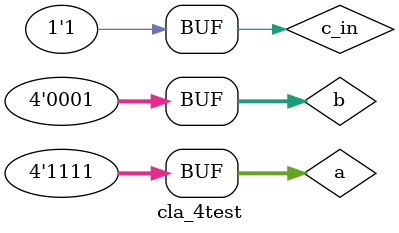
<source format=v>
`timescale 1ns / 1ps


module cla_4test;

	// Inputs
	reg [3:0] a;
	reg [3:0] b;
	reg c_in;

	// Outputs
	wire [3:0] s;
	wire g_out;
	wire p_out;

	// Instantiate the Unit Under Test (UUT)
	cla_4 uut (
		.a(a), 
		.b(b), 
		.c_in(c_in), 
		.s(s), 
		.g_out(g_out), 
		.p_out(p_out)
	);

	initial begin
		// Initialize Inputs
		a = 4'b1001;
		b = 4'b0110;
		c_in = 0;

		// Wait 100 ns for global reset to finish
		#100;
        
		a = 4'b1111;
		b = 4'b0001;
		c_in = 1;
		#100;
		// Add stimulus here

	end
      
endmodule


</source>
